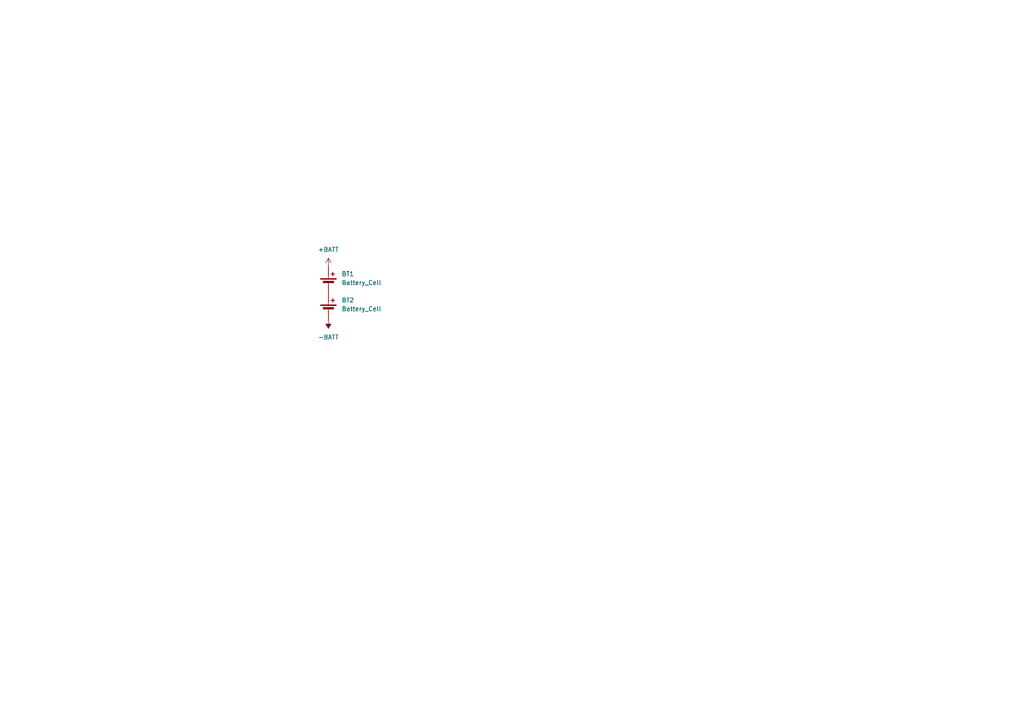
<source format=kicad_sch>
(kicad_sch (version 20250114) (generator "eeschema") (generator_version "9.0")
  (paper "A4")
  (lib_symbols
    (symbol "Device:Battery_Cell" (pin_numbers (hide yes)) (pin_names (offset 0) (hide yes))
      (property "Reference" "BT" (at 2.54 2.54 0))
      (property "Value" "Battery_Cell" (at 2.54 0 0))
      (symbol "Battery_Cell_0_1"
        (rectangle (start -2.286 1.778) (end 2.286 1.524) (fill (type outline)))
        (rectangle (start -1.524 1.016) (end 1.524 0.508) (fill (type outline)))
        (polyline (pts (xy 0 1.778) (xy 0 2.54)))
        (polyline (pts (xy 0 0.762) (xy 0 0)))
        (polyline (pts (xy 0.762 3.048) (xy 1.778 3.048)) (stroke (width 0.254)))
        (polyline (pts (xy 1.27 3.556) (xy 1.27 2.54)) (stroke (width 0.254)))
      )
      (symbol "Battery_Cell_1_1"
        (pin passive line (at 0 5.08 270) (length 2.54) (name "+") (number "1"))
        (pin passive line (at 0 -2.54 90) (length 2.54) (name "-") (number "2"))
      )
    )
    (symbol "power:+BATT" (power) (pin_numbers (hide yes)) (pin_names (offset 0) (hide yes))
      (property "Value" "+BATT" (at 0 3.556 0))
      (symbol "+BATT_0_1"
        (polyline (pts (xy -0.762 1.27) (xy 0 2.54)))
        (polyline (pts (xy 0 2.54) (xy 0.762 1.27)))
        (polyline (pts (xy 0 0) (xy 0 2.54)))
      )
      (symbol "+BATT_1_1"
        (pin power_in line (at 0 0 90) (length 0) (name "~") (number "1"))
      )
    )
    (symbol "power:-BATT" (power) (pin_numbers (hide yes)) (pin_names (offset 0) (hide yes))
      (property "Value" "-BATT" (at 0 3.556 0))
      (symbol "-BATT_0_1"
        (polyline (pts (xy 0 0) (xy 0 2.54)))
        (polyline (pts (xy 0.762 1.27) (xy -0.762 1.27) (xy 0 2.54) (xy 0.762 1.27)) (fill (type outline)))
      )
      (symbol "-BATT_1_1"
        (pin power_in line (at 0 0 90) (length 0) (name "~") (number "1"))
      )
    )
  )
  (symbol (lib_id "Device:Battery_Cell") (at 95.25 90.17 0) (unit 1)
    (property "Reference" "BT2" (at 99.06 87.0584 0) (effects (justify left)))
    (property "Value" "Battery_Cell" (at 99.06 89.5984 0) (effects (justify left)))
    (property "Description" "Single-cell battery" (effects (hide yes)))
  )
  (symbol (lib_id "power:-BATT") (at 95.25 92.71 180) (unit 1)
    (property "Reference" "#PWR03" (effects (hide yes)))
    (property "Value" "-BATT" (at 95.25 97.79 0))
    (property "Description" "Power symbol creates a global label with name \"-BATT\"" (effects (hide yes)))
  )
  (symbol (lib_id "power:+BATT") (at 95.25 77.47 0) (unit 1)
    (property "Reference" "#PWR02" (effects (hide yes)))
    (property "Value" "+BATT" (at 95.25 72.39 0))
    (property "Description" "Power symbol creates a global label with name \"+BATT\"" (effects (hide yes)))
  )
  (symbol (lib_id "Device:Battery_Cell") (at 95.25 82.55 0) (unit 1)
    (property "Reference" "BT1" (at 99.06 79.4384 0) (effects (justify left)))
    (property "Value" "Battery_Cell" (at 99.06 81.9784 0) (effects (justify left)))
    (property "Description" "Single-cell battery" (effects (hide yes)))
  )
)
</source>
